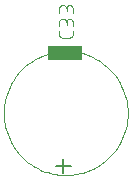
<source format=gbr>
G04 EAGLE Gerber RS-274X export*
G75*
%MOIN*%
%FSLAX34Y34*%
%LPD*%
%INSilkscreen Bottom*%
%IPPOS*%
%AMOC8*
5,1,8,0,0,1.08239X$1,22.5*%
G01*
%ADD10C,0.003937*%
%ADD11C,0.006000*%
%ADD12R,0.118110X0.046850*%
%ADD13C,0.004000*%


D10*
X39583Y39200D02*
X39585Y39291D01*
X39591Y39381D01*
X39601Y39472D01*
X39615Y39561D01*
X39633Y39650D01*
X39654Y39739D01*
X39680Y39826D01*
X39709Y39912D01*
X39743Y39996D01*
X39779Y40079D01*
X39820Y40161D01*
X39864Y40240D01*
X39911Y40318D01*
X39962Y40393D01*
X40016Y40466D01*
X40073Y40536D01*
X40133Y40604D01*
X40196Y40670D01*
X40262Y40732D01*
X40331Y40791D01*
X40402Y40848D01*
X40476Y40901D01*
X40552Y40951D01*
X40630Y40998D01*
X40710Y41041D01*
X40791Y41080D01*
X40875Y41116D01*
X40960Y41148D01*
X41046Y41177D01*
X41133Y41201D01*
X41222Y41222D01*
X41311Y41239D01*
X41401Y41252D01*
X41491Y41261D01*
X41582Y41266D01*
X41673Y41267D01*
X41763Y41264D01*
X41854Y41257D01*
X41944Y41246D01*
X42034Y41231D01*
X42123Y41212D01*
X42211Y41190D01*
X42297Y41163D01*
X42383Y41133D01*
X42467Y41099D01*
X42550Y41061D01*
X42631Y41020D01*
X42710Y40975D01*
X42787Y40926D01*
X42861Y40875D01*
X42934Y40820D01*
X43004Y40762D01*
X43071Y40701D01*
X43135Y40637D01*
X43197Y40571D01*
X43256Y40501D01*
X43311Y40430D01*
X43364Y40355D01*
X43413Y40279D01*
X43459Y40201D01*
X43501Y40120D01*
X43540Y40038D01*
X43575Y39954D01*
X43606Y39869D01*
X43633Y39782D01*
X43657Y39695D01*
X43677Y39606D01*
X43693Y39517D01*
X43705Y39427D01*
X43713Y39336D01*
X43717Y39245D01*
X43717Y39155D01*
X43713Y39064D01*
X43705Y38973D01*
X43693Y38883D01*
X43677Y38794D01*
X43657Y38705D01*
X43633Y38618D01*
X43606Y38531D01*
X43575Y38446D01*
X43540Y38362D01*
X43501Y38280D01*
X43459Y38199D01*
X43413Y38121D01*
X43364Y38045D01*
X43311Y37970D01*
X43256Y37899D01*
X43197Y37829D01*
X43135Y37763D01*
X43071Y37699D01*
X43004Y37638D01*
X42934Y37580D01*
X42861Y37525D01*
X42787Y37474D01*
X42710Y37425D01*
X42631Y37380D01*
X42550Y37339D01*
X42467Y37301D01*
X42383Y37267D01*
X42297Y37237D01*
X42211Y37210D01*
X42123Y37188D01*
X42034Y37169D01*
X41944Y37154D01*
X41854Y37143D01*
X41763Y37136D01*
X41673Y37133D01*
X41582Y37134D01*
X41491Y37139D01*
X41401Y37148D01*
X41311Y37161D01*
X41222Y37178D01*
X41133Y37199D01*
X41046Y37223D01*
X40960Y37252D01*
X40875Y37284D01*
X40791Y37320D01*
X40710Y37359D01*
X40630Y37402D01*
X40552Y37449D01*
X40476Y37499D01*
X40402Y37552D01*
X40331Y37609D01*
X40262Y37668D01*
X40196Y37730D01*
X40133Y37796D01*
X40073Y37864D01*
X40016Y37934D01*
X39962Y38007D01*
X39911Y38082D01*
X39864Y38160D01*
X39820Y38239D01*
X39779Y38321D01*
X39743Y38404D01*
X39709Y38488D01*
X39680Y38574D01*
X39654Y38661D01*
X39633Y38750D01*
X39615Y38839D01*
X39601Y38928D01*
X39591Y39019D01*
X39585Y39109D01*
X39583Y39200D01*
D11*
X41569Y37678D02*
X41569Y37193D01*
X41327Y37435D02*
X41812Y37435D01*
D12*
X41611Y41196D03*
D13*
X41420Y41822D02*
X41420Y41924D01*
X41420Y41822D02*
X41422Y41804D01*
X41426Y41787D01*
X41434Y41771D01*
X41444Y41756D01*
X41456Y41744D01*
X41471Y41734D01*
X41487Y41726D01*
X41504Y41722D01*
X41522Y41720D01*
X41778Y41720D01*
X41798Y41722D01*
X41817Y41728D01*
X41835Y41737D01*
X41850Y41750D01*
X41863Y41765D01*
X41872Y41783D01*
X41878Y41802D01*
X41880Y41822D01*
X41880Y41924D01*
X41420Y42096D02*
X41420Y42224D01*
X41422Y42245D01*
X41427Y42266D01*
X41435Y42285D01*
X41447Y42303D01*
X41461Y42318D01*
X41478Y42331D01*
X41497Y42341D01*
X41517Y42348D01*
X41537Y42352D01*
X41559Y42352D01*
X41579Y42348D01*
X41599Y42341D01*
X41618Y42331D01*
X41635Y42318D01*
X41649Y42303D01*
X41661Y42285D01*
X41669Y42266D01*
X41674Y42245D01*
X41676Y42224D01*
X41880Y42250D02*
X41880Y42096D01*
X41880Y42250D02*
X41878Y42269D01*
X41873Y42287D01*
X41865Y42304D01*
X41853Y42319D01*
X41839Y42331D01*
X41823Y42341D01*
X41806Y42348D01*
X41787Y42352D01*
X41769Y42352D01*
X41750Y42348D01*
X41733Y42341D01*
X41717Y42331D01*
X41703Y42319D01*
X41691Y42304D01*
X41683Y42287D01*
X41678Y42269D01*
X41676Y42250D01*
X41676Y42147D01*
X41420Y42546D02*
X41420Y42674D01*
X41422Y42695D01*
X41427Y42716D01*
X41435Y42735D01*
X41447Y42753D01*
X41461Y42768D01*
X41478Y42781D01*
X41497Y42791D01*
X41517Y42798D01*
X41537Y42802D01*
X41559Y42802D01*
X41579Y42798D01*
X41599Y42791D01*
X41618Y42781D01*
X41635Y42768D01*
X41649Y42753D01*
X41661Y42735D01*
X41669Y42716D01*
X41674Y42695D01*
X41676Y42674D01*
X41880Y42700D02*
X41880Y42546D01*
X41880Y42700D02*
X41878Y42719D01*
X41873Y42737D01*
X41865Y42754D01*
X41853Y42769D01*
X41839Y42781D01*
X41823Y42791D01*
X41806Y42798D01*
X41787Y42802D01*
X41769Y42802D01*
X41750Y42798D01*
X41733Y42791D01*
X41717Y42781D01*
X41703Y42769D01*
X41691Y42754D01*
X41683Y42737D01*
X41678Y42719D01*
X41676Y42700D01*
X41676Y42597D01*
M02*

</source>
